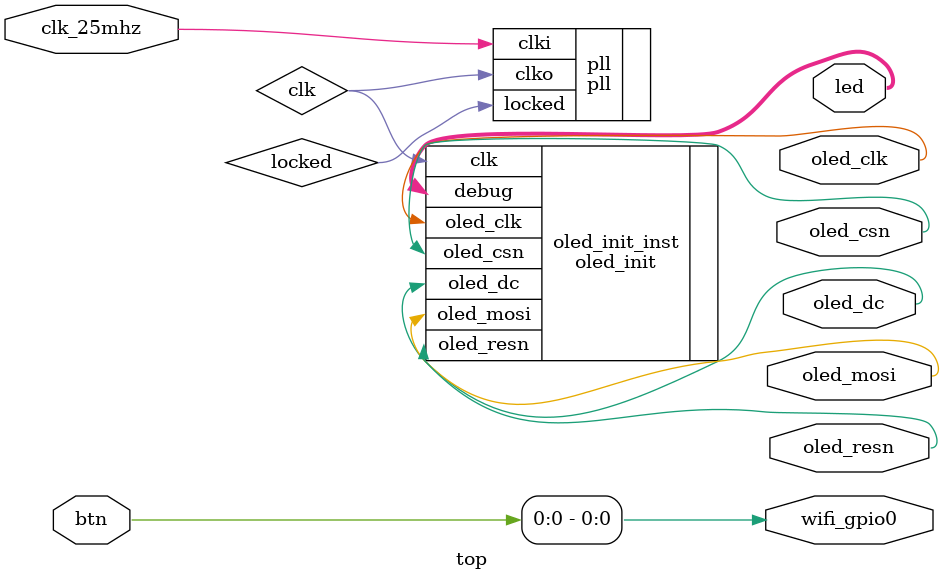
<source format=v>
module top (
    input wire clk_25mhz,
    input wire [6:0] btn,
    output wire [7:0] led,
    output wire oled_csn,
    output wire oled_clk,
    output wire oled_mosi,
    output wire oled_dc,
    output wire oled_resn,
    output wire wifi_gpio0
);
    assign wifi_gpio0 = btn[0];

    wire clk;
    wire locked;
    pll pll(
        .clki(clk_25mhz),
        .clko(clk), // 12.5 MHz
        .locked(locked)
    );

    wire [7:0] x;
    wire [5:0] y;
    wire [7:0] color;

    oled_init
    oled_init_inst(
        .clk(clk),
        .debug(led),
        .oled_csn(oled_csn),
        .oled_clk(oled_clk),
        .oled_mosi(oled_mosi),
        .oled_dc(oled_dc),
        .oled_resn(oled_resn)
    );

endmodule

</source>
